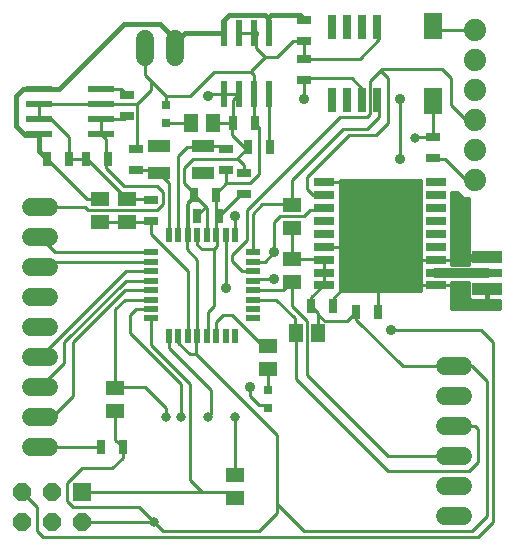
<source format=gtl>
G75*
G70*
%OFA0B0*%
%FSLAX24Y24*%
%IPPOS*%
%LPD*%
%AMOC8*
5,1,8,0,0,1.08239X$1,22.5*
%
%ADD10R,0.0220X0.0500*%
%ADD11R,0.0500X0.0220*%
%ADD12R,0.0315X0.0315*%
%ADD13R,0.0748X0.0433*%
%ADD14R,0.0472X0.0315*%
%ADD15R,0.0315X0.0472*%
%ADD16R,0.0260X0.0800*%
%ADD17R,0.0630X0.0906*%
%ADD18R,0.0512X0.0591*%
%ADD19R,0.0591X0.0512*%
%ADD20R,0.0709X0.0315*%
%ADD21R,0.0709X0.0276*%
%ADD22R,0.0984X0.0315*%
%ADD23R,0.0984X0.0394*%
%ADD24C,0.0740*%
%ADD25C,0.0600*%
%ADD26R,0.0600X0.0600*%
%ADD27OC8,0.0600*%
%ADD28R,0.0236X0.0866*%
%ADD29R,0.0866X0.0236*%
%ADD30C,0.0100*%
%ADD31C,0.0356*%
%ADD32C,0.0160*%
%ADD33C,0.0320*%
%ADD34C,0.0320*%
D10*
X006578Y008200D03*
X006893Y008200D03*
X007208Y008200D03*
X007523Y008200D03*
X007837Y008200D03*
X008152Y008200D03*
X008467Y008200D03*
X008782Y008200D03*
X008782Y011580D03*
X008467Y011580D03*
X008152Y011580D03*
X007837Y011580D03*
X007523Y011580D03*
X007208Y011580D03*
X006893Y011580D03*
X006578Y011580D03*
D11*
X005990Y010992D03*
X005990Y010677D03*
X005990Y010362D03*
X005990Y010047D03*
X005990Y009732D03*
X005990Y009417D03*
X005990Y009102D03*
X005990Y008787D03*
X009370Y008787D03*
X009370Y009102D03*
X009370Y009417D03*
X009370Y009732D03*
X009370Y010047D03*
X009370Y010362D03*
X009370Y010677D03*
X009370Y010992D03*
D12*
X006480Y015294D03*
X006480Y015885D03*
X009880Y006385D03*
X009880Y005794D03*
D13*
X007708Y013637D03*
X007708Y014542D03*
X006252Y014542D03*
X006252Y013637D03*
D14*
X005480Y013735D03*
X005480Y014444D03*
X005180Y015535D03*
X005180Y016244D03*
X008480Y014444D03*
X008480Y013735D03*
X009080Y013644D03*
X009080Y012935D03*
X005980Y012744D03*
X005980Y012035D03*
X011080Y016735D03*
X011080Y017444D03*
X011080Y018035D03*
X011080Y018744D03*
X015380Y014844D03*
X015380Y014135D03*
D15*
X009934Y014490D03*
X009226Y014490D03*
X009434Y015290D03*
X008726Y015290D03*
X008134Y012890D03*
X007426Y012890D03*
X007526Y012190D03*
X008234Y012190D03*
X004534Y014090D03*
X003826Y014090D03*
X003234Y014090D03*
X002526Y014090D03*
X011326Y009190D03*
X012034Y009190D03*
X012826Y008990D03*
X013534Y008990D03*
X005034Y004490D03*
X004326Y004490D03*
D16*
X012030Y016080D03*
X012530Y016080D03*
X013030Y016080D03*
X013530Y016080D03*
X013530Y018500D03*
X013030Y018500D03*
X012530Y018500D03*
X012030Y018500D03*
D17*
X015380Y018530D03*
X015380Y016049D03*
D18*
X008054Y015290D03*
X007306Y015290D03*
X010806Y008290D03*
X011554Y008290D03*
D19*
X009880Y007864D03*
X009880Y007116D03*
X010680Y010016D03*
X010680Y010764D03*
X010680Y011816D03*
X010680Y012564D03*
X005180Y012764D03*
X004280Y012764D03*
X004280Y012016D03*
X005180Y012016D03*
X004780Y006464D03*
X004780Y005716D03*
X008780Y003564D03*
X008780Y002816D03*
D20*
X011731Y010310D03*
X011731Y010743D03*
X011731Y011176D03*
X011731Y011609D03*
X011731Y012042D03*
X011731Y012475D03*
X011731Y012909D03*
X015471Y012909D03*
X015471Y012475D03*
X015471Y012042D03*
X015471Y011609D03*
X015471Y011176D03*
X015471Y010743D03*
X015471Y010310D03*
D21*
X015471Y009897D03*
X011731Y009897D03*
X011731Y013322D03*
X015471Y013322D03*
D22*
X017180Y010290D03*
D23*
X017180Y009758D03*
X017180Y010841D03*
D24*
X016780Y013390D03*
X016780Y014390D03*
X016780Y015390D03*
X016780Y016390D03*
X016780Y017390D03*
X016780Y018390D03*
D25*
X006780Y018090D02*
X006780Y017490D01*
X005780Y017490D02*
X005780Y018090D01*
X002580Y012490D02*
X001980Y012490D01*
X001980Y011490D02*
X002580Y011490D01*
X002580Y010490D02*
X001980Y010490D01*
X001980Y009490D02*
X002580Y009490D01*
X002580Y008490D02*
X001980Y008490D01*
X001980Y007490D02*
X002580Y007490D01*
X002580Y006490D02*
X001980Y006490D01*
X001980Y005490D02*
X002580Y005490D01*
X002580Y004490D02*
X001980Y004490D01*
X015780Y004190D02*
X016380Y004190D01*
X016380Y005190D02*
X015780Y005190D01*
X015780Y006190D02*
X016380Y006190D01*
X016380Y007190D02*
X015780Y007190D01*
X015780Y003190D02*
X016380Y003190D01*
X016380Y002190D02*
X015780Y002190D01*
D26*
X003680Y002990D03*
D27*
X002680Y002990D03*
X001680Y002990D03*
X001680Y001990D03*
X002680Y001990D03*
X003680Y001990D03*
D28*
X008430Y016266D03*
X008930Y016266D03*
X009430Y016266D03*
X009930Y016266D03*
X009930Y018313D03*
X009430Y018313D03*
X008930Y018313D03*
X008430Y018313D03*
D29*
X004304Y016440D03*
X004304Y015940D03*
X004304Y015440D03*
X004304Y014940D03*
X002256Y014940D03*
X002256Y015440D03*
X002256Y015940D03*
X002256Y016440D03*
D30*
X002180Y001690D02*
X002380Y001490D01*
X016880Y001490D01*
X017380Y001990D01*
X017380Y007990D01*
X016980Y008390D01*
X013980Y008390D01*
X013534Y008990D02*
X013534Y009744D01*
X013580Y009790D01*
X012480Y009890D02*
X012034Y009444D01*
X012034Y009190D01*
X011554Y008961D02*
X011554Y008916D01*
X011780Y008690D01*
X012526Y008690D01*
X012826Y008990D01*
X012826Y008744D01*
X014380Y007190D01*
X016080Y007190D01*
X016680Y007190D01*
X017180Y006690D01*
X017180Y002190D01*
X016680Y001690D01*
X011080Y001690D01*
X010180Y002590D01*
X010180Y004890D01*
X007480Y007590D01*
X007480Y008157D01*
X007523Y008200D01*
X007523Y009147D01*
X007880Y008990D02*
X007880Y008242D01*
X007837Y008200D01*
X007523Y008200D02*
X007523Y008747D01*
X007880Y008990D02*
X008080Y009190D01*
X008080Y011090D01*
X008180Y011190D01*
X008180Y011552D01*
X008152Y011580D01*
X008152Y012108D01*
X008234Y012190D01*
X008980Y012935D01*
X009080Y012935D01*
X009280Y013290D02*
X009580Y013590D01*
X009580Y015144D01*
X009434Y015290D01*
X009430Y015294D01*
X009430Y016266D01*
X009430Y016890D01*
X009330Y016990D01*
X009330Y017040D01*
X009780Y017490D01*
X009480Y017790D01*
X009480Y018263D01*
X009430Y018313D02*
X008930Y018313D01*
X009780Y017490D02*
X010180Y017490D01*
X010726Y018035D01*
X011080Y018035D01*
X011080Y017444D01*
X012934Y017444D01*
X013580Y018090D01*
X013580Y018450D01*
X013530Y018500D01*
X013680Y017090D02*
X013580Y016990D01*
X013680Y016990D01*
X013880Y016790D01*
X013880Y015290D01*
X013480Y014890D01*
X012580Y014890D01*
X011180Y013490D01*
X011180Y013090D01*
X011380Y012890D01*
X011712Y012890D01*
X011731Y012909D01*
X011731Y012475D02*
X011645Y012390D01*
X011280Y012390D01*
X011080Y012190D01*
X010280Y012190D01*
X010080Y011990D01*
X010080Y010990D01*
X009767Y010677D01*
X009370Y010677D01*
X009370Y010362D02*
X009008Y010362D01*
X008680Y010690D01*
X008680Y010890D01*
X009180Y011390D01*
X009180Y012390D01*
X012280Y015490D01*
X013180Y015490D01*
X013280Y015590D01*
X013280Y016690D01*
X013580Y016990D01*
X013680Y017090D02*
X015680Y017090D01*
X015980Y016790D01*
X015980Y015890D01*
X016480Y015390D01*
X016780Y015390D01*
X015380Y014844D02*
X014834Y014844D01*
X014780Y014790D01*
X015380Y014844D02*
X015380Y016049D01*
X014280Y016090D02*
X014280Y014090D01*
X014980Y013390D02*
X012280Y013390D01*
X012280Y009690D01*
X014980Y009690D01*
X014980Y013390D01*
X014980Y013307D02*
X012280Y013307D01*
X012280Y013290D02*
X012248Y013322D01*
X011731Y013322D01*
X012280Y013208D02*
X014980Y013208D01*
X014980Y013110D02*
X012280Y013110D01*
X012280Y013011D02*
X014980Y013011D01*
X014980Y012913D02*
X012280Y012913D01*
X012280Y012814D02*
X014980Y012814D01*
X014980Y012716D02*
X012280Y012716D01*
X012280Y012617D02*
X014980Y012617D01*
X014980Y012519D02*
X012280Y012519D01*
X012280Y012420D02*
X014980Y012420D01*
X014980Y012322D02*
X012280Y012322D01*
X012280Y012223D02*
X014980Y012223D01*
X014980Y012125D02*
X012280Y012125D01*
X012280Y012026D02*
X014980Y012026D01*
X014980Y011928D02*
X012280Y011928D01*
X012280Y011829D02*
X014980Y011829D01*
X014980Y011731D02*
X012280Y011731D01*
X012280Y011632D02*
X014980Y011632D01*
X014980Y011534D02*
X012280Y011534D01*
X012280Y011435D02*
X014980Y011435D01*
X014980Y011337D02*
X012280Y011337D01*
X012280Y011238D02*
X014980Y011238D01*
X014980Y011140D02*
X012280Y011140D01*
X012267Y011176D02*
X012280Y011190D01*
X012267Y011176D02*
X011731Y011176D01*
X011711Y010764D02*
X011731Y010743D01*
X011731Y010310D01*
X011731Y009897D01*
X011326Y009491D01*
X011326Y009190D01*
X011554Y008961D01*
X011554Y008916D02*
X011554Y008290D01*
X011180Y008690D02*
X011180Y006890D01*
X013880Y004190D01*
X016080Y004190D01*
X016580Y003690D02*
X016880Y003990D01*
X016880Y005090D01*
X016780Y005190D01*
X016080Y005190D01*
X016580Y003690D02*
X013880Y003690D01*
X010806Y006764D01*
X010806Y008290D01*
X010780Y008316D01*
X010780Y008790D01*
X010152Y009417D01*
X009370Y009417D01*
X009370Y009732D02*
X010397Y009732D01*
X010680Y010016D01*
X010680Y009190D01*
X011180Y008690D01*
X012280Y009761D02*
X014980Y009761D01*
X014980Y009859D02*
X012280Y009859D01*
X012280Y009958D02*
X014980Y009958D01*
X014980Y010056D02*
X012280Y010056D01*
X012280Y010155D02*
X014980Y010155D01*
X014980Y010253D02*
X012280Y010253D01*
X012280Y010352D02*
X014980Y010352D01*
X014980Y010450D02*
X012280Y010450D01*
X012280Y010549D02*
X014980Y010549D01*
X014980Y010647D02*
X012280Y010647D01*
X012280Y010746D02*
X014980Y010746D01*
X014934Y010743D02*
X014880Y010690D01*
X014680Y010690D01*
X014934Y010743D02*
X015471Y010743D01*
X016782Y010743D01*
X016880Y010841D01*
X017180Y010841D01*
X017132Y010844D02*
X016605Y010844D01*
X016608Y010857D02*
X016608Y010881D01*
X016580Y010881D01*
X016580Y010889D01*
X017132Y010889D01*
X017132Y010792D01*
X016595Y010792D01*
X016595Y010794D01*
X016608Y010857D01*
X016580Y010844D02*
X015980Y010844D01*
X015980Y010746D02*
X016580Y010746D01*
X016580Y010647D02*
X015980Y010647D01*
X015980Y010580D02*
X015980Y012990D01*
X016180Y012990D01*
X016380Y012790D01*
X016580Y012790D01*
X016580Y010580D01*
X015980Y010580D01*
X015980Y010943D02*
X016580Y010943D01*
X016580Y011041D02*
X015980Y011041D01*
X015980Y011140D02*
X016580Y011140D01*
X016580Y011238D02*
X015980Y011238D01*
X015980Y011337D02*
X016580Y011337D01*
X016580Y011435D02*
X015980Y011435D01*
X015980Y011534D02*
X016580Y011534D01*
X016580Y011632D02*
X015980Y011632D01*
X015980Y011731D02*
X016580Y011731D01*
X016580Y011829D02*
X015980Y011829D01*
X015980Y011928D02*
X016580Y011928D01*
X016580Y012026D02*
X015980Y012026D01*
X015980Y012125D02*
X016580Y012125D01*
X016580Y012223D02*
X015980Y012223D01*
X015980Y012322D02*
X016580Y012322D01*
X016580Y012420D02*
X015980Y012420D01*
X015980Y012519D02*
X016580Y012519D01*
X016580Y012617D02*
X015980Y012617D01*
X015980Y012716D02*
X016580Y012716D01*
X016355Y012814D02*
X015980Y012814D01*
X015980Y012913D02*
X016257Y012913D01*
X016480Y013390D02*
X015780Y014090D01*
X015426Y014090D01*
X015380Y014135D01*
X016480Y013390D02*
X016780Y013390D01*
X014980Y011041D02*
X012280Y011041D01*
X012280Y010943D02*
X014980Y010943D01*
X014980Y010844D02*
X012280Y010844D01*
X011711Y010764D02*
X010680Y010764D01*
X010680Y011816D01*
X010680Y012564D02*
X010654Y012590D01*
X009680Y012590D01*
X009370Y012280D01*
X009370Y010992D01*
X008782Y011580D02*
X008780Y011582D01*
X008780Y012190D01*
X008234Y012190D02*
X008134Y012290D01*
X008134Y012890D01*
X008134Y012944D01*
X008480Y013290D01*
X009280Y013290D01*
X009080Y013644D02*
X009080Y013890D01*
X008880Y014090D01*
X008826Y014090D01*
X008853Y014117D01*
X008880Y014090D01*
X008853Y014117D02*
X009226Y014490D01*
X009080Y014490D01*
X008680Y014890D01*
X008680Y015244D01*
X008726Y015290D01*
X008726Y016062D01*
X008930Y016266D01*
X007956Y016266D01*
X007880Y016190D01*
X008430Y016266D02*
X008930Y016266D01*
X009330Y016990D02*
X008080Y016990D01*
X007280Y016190D01*
X006480Y016190D01*
X005980Y016690D01*
X005780Y016890D01*
X005780Y017790D01*
X005980Y016690D02*
X005980Y016390D01*
X005530Y015940D01*
X005530Y014494D01*
X005480Y014444D01*
X005480Y013735D02*
X006153Y013735D01*
X006252Y013637D01*
X006578Y013311D01*
X006578Y011580D01*
X006893Y011580D02*
X006893Y014202D01*
X007180Y014490D01*
X007656Y014490D01*
X007708Y014542D01*
X008382Y014542D01*
X008480Y014444D01*
X008826Y014090D02*
X007380Y014090D01*
X007080Y013790D01*
X007080Y013290D01*
X007380Y012990D01*
X007380Y012790D01*
X007180Y012590D01*
X007180Y011552D01*
X007208Y011580D01*
X007208Y012671D01*
X007426Y012890D01*
X007426Y012944D01*
X007380Y012990D01*
X007426Y012890D02*
X007803Y012512D01*
X007526Y012235D01*
X007526Y012190D01*
X007837Y012478D02*
X007803Y012512D01*
X007837Y012478D02*
X007837Y011580D01*
X007523Y011580D02*
X007523Y011247D01*
X007680Y011090D01*
X008080Y011090D01*
X007523Y010747D02*
X007180Y011090D01*
X007180Y011552D01*
X008467Y011580D02*
X008467Y009802D01*
X008480Y009790D01*
X009370Y010047D02*
X009413Y010090D01*
X010080Y010090D01*
X008680Y008890D02*
X009680Y007890D01*
X009854Y007890D01*
X009880Y007864D01*
X009880Y007116D02*
X009880Y006385D01*
X009880Y005890D02*
X009580Y005890D01*
X009280Y006190D01*
X009280Y006490D01*
X009880Y005890D02*
X009880Y005794D01*
X008780Y005490D02*
X008780Y003564D01*
X008606Y002990D02*
X007680Y002990D01*
X007280Y003390D01*
X007280Y006590D01*
X005980Y007890D01*
X005980Y008777D01*
X005990Y008787D01*
X005977Y009090D02*
X005480Y009090D01*
X005280Y008890D01*
X005280Y008290D01*
X006980Y006590D01*
X006980Y005490D01*
X006480Y005490D02*
X006480Y005790D01*
X005780Y006490D01*
X004806Y006490D01*
X004780Y006464D01*
X004780Y009090D01*
X005108Y009417D01*
X005990Y009417D01*
X005990Y009732D02*
X005123Y009732D01*
X003380Y007990D01*
X003380Y006190D01*
X002680Y005490D01*
X002280Y005490D01*
X002280Y006490D02*
X003080Y007290D01*
X003080Y007990D01*
X005137Y010047D01*
X005990Y010047D01*
X005990Y010362D02*
X005152Y010362D01*
X002280Y007490D01*
X004780Y005716D02*
X004780Y004744D01*
X005034Y004490D01*
X005034Y004144D01*
X004680Y003790D01*
X003680Y003790D01*
X003180Y003290D01*
X003180Y002690D01*
X003380Y002490D01*
X005580Y002490D01*
X006080Y001990D01*
X003680Y001990D01*
X003680Y002990D02*
X007680Y002990D01*
X008606Y002990D02*
X008780Y002816D01*
X009580Y001690D02*
X010180Y002290D01*
X010180Y002590D01*
X009580Y001690D02*
X006380Y001690D01*
X006080Y001990D01*
X004326Y004490D02*
X002280Y004490D01*
X001680Y002990D02*
X002180Y002490D01*
X002180Y001690D01*
X007880Y005490D02*
X007980Y005590D01*
X007980Y006390D01*
X006578Y007792D01*
X006578Y008200D01*
X006880Y008212D02*
X006893Y008200D01*
X006893Y007977D01*
X007280Y007590D01*
X007480Y007590D01*
X007523Y008200D02*
X007523Y010747D01*
X007208Y010362D02*
X005980Y011590D01*
X005980Y012035D01*
X005960Y012016D01*
X005180Y012016D01*
X004280Y012016D01*
X003880Y012390D02*
X006180Y012390D01*
X006380Y012590D01*
X006380Y012990D01*
X006180Y013190D01*
X005080Y013190D01*
X004480Y013790D01*
X004480Y014035D01*
X004534Y014090D01*
X004534Y014135D01*
X004480Y014190D01*
X004480Y014763D01*
X004304Y014940D01*
X004304Y015440D01*
X005084Y015440D01*
X005180Y015535D01*
X005530Y015940D02*
X004304Y015940D01*
X002256Y015940D01*
X002256Y015440D01*
X002306Y015490D01*
X002580Y015490D01*
X003234Y014835D01*
X003234Y014090D01*
X003826Y014090D01*
X003854Y014090D01*
X005180Y012764D01*
X005960Y012764D01*
X005980Y012744D01*
X004280Y012764D02*
X003852Y012764D01*
X002526Y014090D01*
X002280Y012490D02*
X003780Y012490D01*
X003880Y012390D01*
X002778Y010992D02*
X002280Y011490D01*
X002778Y010992D02*
X005990Y010992D01*
X005990Y010677D02*
X002467Y010677D01*
X002280Y010490D01*
X005977Y009090D02*
X005990Y009102D01*
X007208Y008200D02*
X007208Y010362D01*
X008380Y008890D02*
X008680Y008890D01*
X008380Y008890D02*
X008152Y008662D01*
X008152Y008200D01*
X010680Y012564D02*
X010680Y013390D01*
X012380Y015090D01*
X013180Y015090D01*
X013580Y015490D01*
X013580Y016030D01*
X013530Y016080D01*
X013030Y016080D02*
X013030Y016440D01*
X012680Y016790D01*
X011134Y016790D01*
X011080Y016735D01*
X011080Y016090D01*
X009930Y016266D02*
X009930Y014494D01*
X009934Y014490D01*
X008726Y015290D02*
X008054Y015290D01*
X007306Y015290D02*
X006485Y015290D01*
X006480Y015294D01*
X006480Y015885D02*
X006480Y016190D01*
X005180Y016244D02*
X004984Y016440D01*
X004304Y016440D01*
X008480Y013735D02*
X008480Y013290D01*
X014780Y009890D02*
X014880Y009890D01*
X014887Y009897D01*
X015471Y009897D01*
X016073Y009897D01*
X016080Y009890D01*
X015980Y009859D02*
X016580Y009859D01*
X016580Y009761D02*
X015980Y009761D01*
X015980Y009662D02*
X016580Y009662D01*
X016580Y009564D02*
X015980Y009564D01*
X015980Y009465D02*
X016580Y009465D01*
X016580Y009457D02*
X016596Y009441D01*
X016630Y009421D01*
X016668Y009411D01*
X017132Y009411D01*
X017132Y009710D01*
X017228Y009710D01*
X017228Y009411D01*
X017600Y009411D01*
X017600Y009090D01*
X016580Y009090D01*
X016580Y009156D01*
X016595Y009194D01*
X016608Y009257D01*
X016608Y009281D01*
X016580Y009281D01*
X016580Y009299D01*
X016608Y009299D01*
X016608Y009322D01*
X016595Y009385D01*
X016580Y009423D01*
X016580Y009457D01*
X016580Y009367D02*
X015980Y009367D01*
X015980Y009268D02*
X016580Y009268D01*
X016608Y009268D02*
X017600Y009268D01*
X017600Y009170D02*
X016585Y009170D01*
X016580Y009170D02*
X015980Y009170D01*
X015980Y009090D02*
X015980Y010000D01*
X016580Y010000D01*
X016580Y009090D01*
X015980Y009090D01*
X016599Y009367D02*
X017600Y009367D01*
X017228Y009465D02*
X017132Y009465D01*
X017132Y009564D02*
X017228Y009564D01*
X017228Y009662D02*
X017132Y009662D01*
X016580Y009958D02*
X015980Y009958D01*
X015520Y018390D02*
X015380Y018530D01*
X015520Y018390D02*
X016780Y018390D01*
D31*
X014280Y016090D03*
X014280Y014090D03*
X014380Y012990D03*
X014380Y012290D03*
X014380Y011590D03*
X014380Y010890D03*
X014380Y010190D03*
X012980Y010190D03*
X012980Y010890D03*
X012980Y011590D03*
X012980Y012290D03*
X012980Y012990D03*
X010080Y010990D03*
X010080Y010090D03*
X008480Y009790D03*
X008780Y012190D03*
X007880Y016190D03*
X011080Y016090D03*
X016280Y012390D03*
X016280Y011890D03*
X016280Y011390D03*
X016280Y010890D03*
X016280Y009790D03*
X016280Y009290D03*
X013980Y008390D03*
X009280Y006490D03*
D32*
X014680Y010690D02*
X014780Y010690D01*
X014780Y010743D01*
X006780Y017790D02*
X006780Y017990D01*
X007104Y018313D01*
X008430Y018313D01*
X008430Y018740D01*
X008580Y018890D01*
X009780Y018890D01*
X009880Y018790D01*
X009980Y018890D01*
X010934Y018890D01*
X011080Y018744D01*
X009880Y018790D02*
X009880Y018363D01*
X009930Y018313D01*
X009480Y018313D02*
X009480Y018263D01*
X009480Y018313D02*
X009430Y018313D01*
X006780Y018090D02*
X006780Y017990D01*
X006780Y018090D02*
X006280Y018590D01*
X005080Y018590D01*
X002930Y016440D01*
X002256Y016440D01*
X001730Y016440D01*
X001480Y016190D01*
X001480Y015190D01*
X001780Y014890D01*
X002206Y014890D01*
X002256Y014940D01*
X002256Y014359D01*
X002526Y014090D01*
D33*
X006480Y005490D03*
X006980Y005490D03*
X007880Y005490D03*
X008780Y005490D03*
X006080Y001990D03*
X014780Y014790D03*
D34*
X015471Y010310D02*
X015492Y010290D01*
X017180Y010290D01*
M02*

</source>
